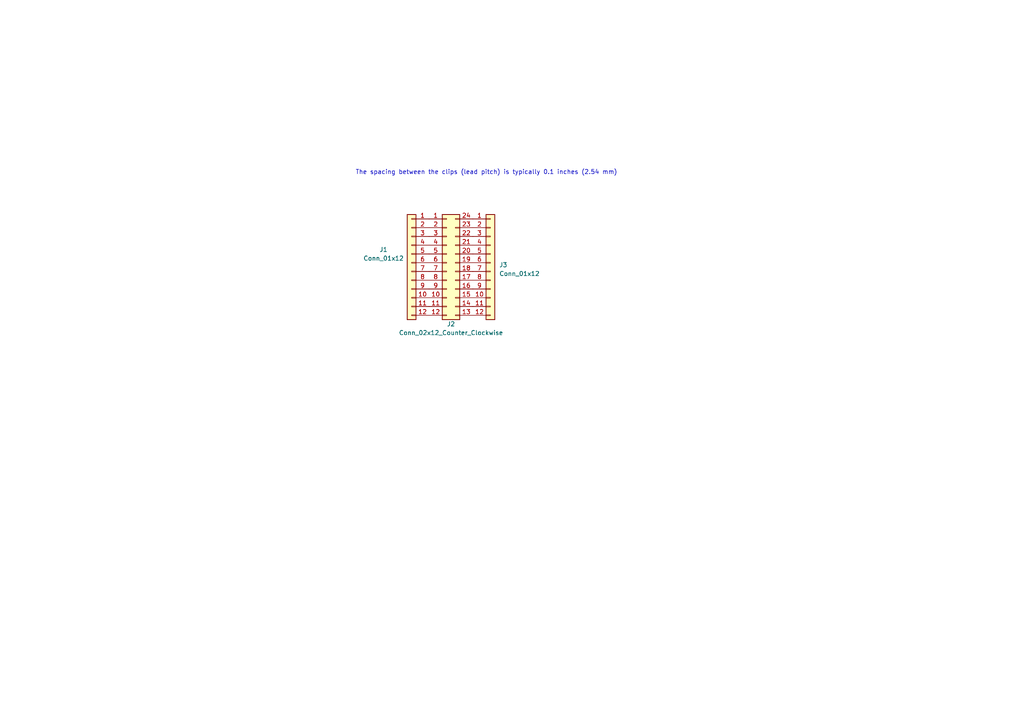
<source format=kicad_sch>
(kicad_sch (version 20210406) (generator eeschema)
  (paper "A4")
  (lib_symbols
    (symbol "Connector_Generic:Conn_01x12" (pin_names (offset 1.016) hide)
      (property "Reference" "J" (at 0 15.24 0))
      (property "Value" "Conn_01x12" (at 0 -17.78 0))
      (symbol "Conn_01x12_1_1"
        (rectangle (start -1.27 -15.113) (end 0 -15.367) (stroke (width 0.1524)))
        (rectangle (start -1.27 -12.573) (end 0 -12.827) (stroke (width 0.1524)))
        (rectangle (start -1.27 -10.033) (end 0 -10.287) (stroke (width 0.1524)))
        (rectangle (start -1.27 -7.493) (end 0 -7.747) (stroke (width 0.1524)))
        (rectangle (start -1.27 -4.953) (end 0 -5.207) (stroke (width 0.1524)))
        (rectangle (start -1.27 -2.413) (end 0 -2.667) (stroke (width 0.1524)))
        (rectangle (start -1.27 0.127) (end 0 -0.127) (stroke (width 0.1524)))
        (rectangle (start -1.27 2.667) (end 0 2.413) (stroke (width 0.1524)))
        (rectangle (start -1.27 5.207) (end 0 4.953) (stroke (width 0.1524)))
        (rectangle (start -1.27 7.747) (end 0 7.493) (stroke (width 0.1524)))
        (rectangle (start -1.27 10.287) (end 0 10.033) (stroke (width 0.1524)))
        (rectangle (start -1.27 12.827) (end 0 12.573) (stroke (width 0.1524)))
        (rectangle (start -1.27 13.97) (end 1.27 -16.51) (stroke (width 0.254)) (fill (type background)))
        (pin passive line (at -5.08 12.7 0) (length 3.81) (name "Pin_1") (number "1"))
        (pin passive line (at -5.08 -10.16 0) (length 3.81) (name "Pin_10") (number "10"))
        (pin passive line (at -5.08 -12.7 0) (length 3.81) (name "Pin_11") (number "11"))
        (pin passive line (at -5.08 -15.24 0) (length 3.81) (name "Pin_12") (number "12"))
        (pin passive line (at -5.08 10.16 0) (length 3.81) (name "Pin_2") (number "2"))
        (pin passive line (at -5.08 7.62 0) (length 3.81) (name "Pin_3") (number "3"))
        (pin passive line (at -5.08 5.08 0) (length 3.81) (name "Pin_4") (number "4"))
        (pin passive line (at -5.08 2.54 0) (length 3.81) (name "Pin_5") (number "5"))
        (pin passive line (at -5.08 0 0) (length 3.81) (name "Pin_6") (number "6"))
        (pin passive line (at -5.08 -2.54 0) (length 3.81) (name "Pin_7") (number "7"))
        (pin passive line (at -5.08 -5.08 0) (length 3.81) (name "Pin_8") (number "8"))
        (pin passive line (at -5.08 -7.62 0) (length 3.81) (name "Pin_9") (number "9"))
      )
    )
    (symbol "Connector_Generic:Conn_02x12_Counter_Clockwise" (pin_names (offset 1.016) hide)
      (property "Reference" "J" (at 1.27 15.24 0))
      (property "Value" "Conn_02x12_Counter_Clockwise" (at 1.27 -17.78 0))
      (symbol "Conn_02x12_Counter_Clockwise_1_1"
        (rectangle (start -1.27 -15.113) (end 0 -15.367) (stroke (width 0.1524)))
        (rectangle (start -1.27 -12.573) (end 0 -12.827) (stroke (width 0.1524)))
        (rectangle (start -1.27 -10.033) (end 0 -10.287) (stroke (width 0.1524)))
        (rectangle (start -1.27 -7.493) (end 0 -7.747) (stroke (width 0.1524)))
        (rectangle (start -1.27 -4.953) (end 0 -5.207) (stroke (width 0.1524)))
        (rectangle (start -1.27 -2.413) (end 0 -2.667) (stroke (width 0.1524)))
        (rectangle (start -1.27 0.127) (end 0 -0.127) (stroke (width 0.1524)))
        (rectangle (start -1.27 2.667) (end 0 2.413) (stroke (width 0.1524)))
        (rectangle (start -1.27 5.207) (end 0 4.953) (stroke (width 0.1524)))
        (rectangle (start -1.27 7.747) (end 0 7.493) (stroke (width 0.1524)))
        (rectangle (start -1.27 10.287) (end 0 10.033) (stroke (width 0.1524)))
        (rectangle (start -1.27 12.827) (end 0 12.573) (stroke (width 0.1524)))
        (rectangle (start 3.81 -15.113) (end 2.54 -15.367) (stroke (width 0.1524)))
        (rectangle (start 3.81 -12.573) (end 2.54 -12.827) (stroke (width 0.1524)))
        (rectangle (start 3.81 -10.033) (end 2.54 -10.287) (stroke (width 0.1524)))
        (rectangle (start 3.81 -7.493) (end 2.54 -7.747) (stroke (width 0.1524)))
        (rectangle (start 3.81 -4.953) (end 2.54 -5.207) (stroke (width 0.1524)))
        (rectangle (start 3.81 -2.413) (end 2.54 -2.667) (stroke (width 0.1524)))
        (rectangle (start 3.81 0.127) (end 2.54 -0.127) (stroke (width 0.1524)))
        (rectangle (start 3.81 2.667) (end 2.54 2.413) (stroke (width 0.1524)))
        (rectangle (start 3.81 5.207) (end 2.54 4.953) (stroke (width 0.1524)))
        (rectangle (start 3.81 7.747) (end 2.54 7.493) (stroke (width 0.1524)))
        (rectangle (start 3.81 10.287) (end 2.54 10.033) (stroke (width 0.1524)))
        (rectangle (start 3.81 12.827) (end 2.54 12.573) (stroke (width 0.1524)))
        (rectangle (start -1.27 13.97) (end 3.81 -16.51) (stroke (width 0.254)) (fill (type background)))
        (pin passive line (at -5.08 12.7 0) (length 3.81) (name "Pin_1") (number "1"))
        (pin passive line (at -5.08 -10.16 0) (length 3.81) (name "Pin_10") (number "10"))
        (pin passive line (at -5.08 -12.7 0) (length 3.81) (name "Pin_11") (number "11"))
        (pin passive line (at -5.08 -15.24 0) (length 3.81) (name "Pin_12") (number "12"))
        (pin passive line (at 7.62 -15.24 180) (length 3.81) (name "Pin_13") (number "13"))
        (pin passive line (at 7.62 -12.7 180) (length 3.81) (name "Pin_14") (number "14"))
        (pin passive line (at 7.62 -10.16 180) (length 3.81) (name "Pin_15") (number "15"))
        (pin passive line (at 7.62 -7.62 180) (length 3.81) (name "Pin_16") (number "16"))
        (pin passive line (at 7.62 -5.08 180) (length 3.81) (name "Pin_17") (number "17"))
        (pin passive line (at 7.62 -2.54 180) (length 3.81) (name "Pin_18") (number "18"))
        (pin passive line (at 7.62 0 180) (length 3.81) (name "Pin_19") (number "19"))
        (pin passive line (at -5.08 10.16 0) (length 3.81) (name "Pin_2") (number "2"))
        (pin passive line (at 7.62 2.54 180) (length 3.81) (name "Pin_20") (number "20"))
        (pin passive line (at 7.62 5.08 180) (length 3.81) (name "Pin_21") (number "21"))
        (pin passive line (at 7.62 7.62 180) (length 3.81) (name "Pin_22") (number "22"))
        (pin passive line (at 7.62 10.16 180) (length 3.81) (name "Pin_23") (number "23"))
        (pin passive line (at 7.62 12.7 180) (length 3.81) (name "Pin_24") (number "24"))
        (pin passive line (at -5.08 7.62 0) (length 3.81) (name "Pin_3") (number "3"))
        (pin passive line (at -5.08 5.08 0) (length 3.81) (name "Pin_4") (number "4"))
        (pin passive line (at -5.08 2.54 0) (length 3.81) (name "Pin_5") (number "5"))
        (pin passive line (at -5.08 0 0) (length 3.81) (name "Pin_6") (number "6"))
        (pin passive line (at -5.08 -2.54 0) (length 3.81) (name "Pin_7") (number "7"))
        (pin passive line (at -5.08 -5.08 0) (length 3.81) (name "Pin_8") (number "8"))
        (pin passive line (at -5.08 -7.62 0) (length 3.81) (name "Pin_9") (number "9"))
      )
    )
  )
  (text "The spacing between the clips (lead pitch) is typically 0.1 inches (2.54 mm)" (at 179.07 50.8 0) (effects (font (size 1.27 1.27)) (justify right bottom)))
  (symbol (lib_id "Connector_Generic:Conn_01x12") (at 119.38 76.2 0) (mirror y) (unit 1)
    (property "Reference" "J1" (at 111.252 72.39 0))
    (property "Value" "Conn_01x12" (at 111.252 74.93 0))
    (property "Footprint" "Connector_PinHeader_2.54mm:PinHeader_1x12_P2.54mm_Vertical" (effects hide))
  )
  (symbol (lib_id "Connector_Generic:Conn_01x12") (at 142.24 76.2 0) (unit 1)
    (property "Reference" "J3" (at 144.78 76.8349 0) (effects (justify left)))
    (property "Value" "Conn_01x12" (at 144.78 79.3749 0) (effects (justify left)))
    (property "Footprint" "Connector_PinHeader_2.54mm:PinHeader_1x12_P2.54mm_Vertical" (effects hide))
  )
  (symbol (lib_id "Connector_Generic:Conn_02x12_Counter_Clockwise") (at 129.54 76.2 0) (unit 1)
    (property "Reference" "J2" (at 130.81 93.98 0))
    (property "Value" "Conn_02x12_Counter_Clockwise" (at 130.81 96.52 0))
    (property "Footprint" "Package_SO:HTSSOP-24-1EP_4.4x7.8mm_P0.65mm_EP3.2x5mm" (effects hide))
  )
)
</source>
